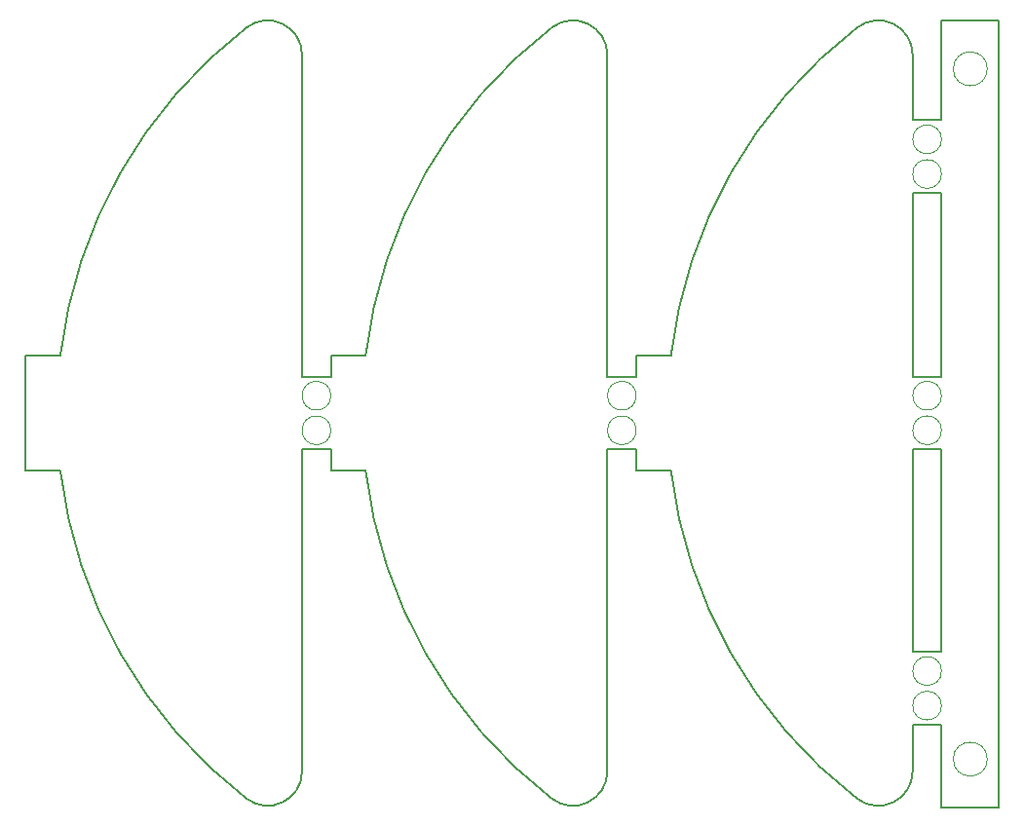
<source format=gbr>
%TF.GenerationSoftware,KiCad,Pcbnew,8.0.5*%
%TF.CreationDate,2025-01-30T01:50:55+01:00*%
%TF.ProjectId,LAMP_OUTDOOR_BATTERY_PANEL,4c414d50-5f4f-4555-9444-4f4f525f4241,rev?*%
%TF.SameCoordinates,Original*%
%TF.FileFunction,Profile,NP*%
%FSLAX46Y46*%
G04 Gerber Fmt 4.6, Leading zero omitted, Abs format (unit mm)*
G04 Created by KiCad (PCBNEW 8.0.5) date 2025-01-30 01:50:55*
%MOMM*%
%LPD*%
G01*
G04 APERTURE LIST*
%TA.AperFunction,Profile*%
%ADD10C,0.050000*%
%TD*%
%TA.AperFunction,Profile*%
%ADD11C,0.200000*%
%TD*%
G04 APERTURE END LIST*
D10*
X220305000Y-122000000D02*
G75*
G02*
X217355000Y-122000000I-1475000J0D01*
G01*
X217355000Y-122000000D02*
G75*
G02*
X220305000Y-122000000I1475000J0D01*
G01*
X220305000Y-62000000D02*
G75*
G02*
X217355000Y-62000000I-1475000J0D01*
G01*
X217355000Y-62000000D02*
G75*
G02*
X220305000Y-62000000I1475000J0D01*
G01*
D11*
X216330000Y-88750000D02*
X216330000Y-72810000D01*
X216330000Y-112680000D02*
X216330000Y-95090000D01*
X216330000Y-126170000D02*
X216330000Y-119020000D01*
X221330000Y-126170000D02*
X216330000Y-126170000D01*
X221330000Y-57830000D02*
X221330000Y-126170000D01*
X216330000Y-57830000D02*
X221330000Y-57830000D01*
X216330000Y-66470000D02*
X216330000Y-57830000D01*
X213829999Y-66470000D02*
X213824399Y-60789559D01*
X213826804Y-72799999D02*
X213826804Y-72799999D01*
X213829999Y-88750000D02*
X213830121Y-72810000D01*
X213829999Y-112680000D02*
X213830121Y-95090000D01*
D10*
X216329999Y-114340000D02*
G75*
G02*
X213829999Y-114340000I-1250000J0D01*
G01*
X213829999Y-114340000D02*
G75*
G02*
X216329999Y-114340000I1250000J0D01*
G01*
D11*
X216330000Y-112680000D02*
X213829999Y-112680000D01*
D10*
X216329999Y-117350000D02*
G75*
G02*
X213829999Y-117350000I-1250000J0D01*
G01*
X213829999Y-117350000D02*
G75*
G02*
X216329999Y-117350000I1250000J0D01*
G01*
D11*
X216330000Y-119020000D02*
X213830121Y-119020000D01*
D10*
X216329999Y-90410000D02*
G75*
G02*
X213829999Y-90410000I-1250000J0D01*
G01*
X213829999Y-90410000D02*
G75*
G02*
X216329999Y-90410000I1250000J0D01*
G01*
D11*
X216330000Y-95090000D02*
X213830121Y-95090000D01*
D10*
X216329999Y-93420000D02*
G75*
G02*
X213829999Y-93420000I-1250000J0D01*
G01*
X213829999Y-93420000D02*
G75*
G02*
X216329999Y-93420000I1250000J0D01*
G01*
D11*
X216330000Y-88750000D02*
X213829999Y-88750000D01*
D10*
X216329999Y-68130000D02*
G75*
G02*
X213829999Y-68130000I-1250000J0D01*
G01*
X213829999Y-68130000D02*
G75*
G02*
X216329999Y-68130000I1250000J0D01*
G01*
D11*
X216330000Y-72810000D02*
X213830121Y-72810000D01*
D10*
X216329999Y-71140000D02*
G75*
G02*
X213829999Y-71140000I-1250000J0D01*
G01*
X213829999Y-71140000D02*
G75*
G02*
X216329999Y-71140000I1250000J0D01*
G01*
D11*
X216330000Y-66470000D02*
X213829999Y-66470000D01*
X189800000Y-95090000D02*
X189794700Y-96920000D01*
X187299999Y-88750000D02*
X187294399Y-60789559D01*
D10*
X189799999Y-93420000D02*
G75*
G02*
X187299999Y-93420000I-1250000J0D01*
G01*
X187299999Y-93420000D02*
G75*
G02*
X189799999Y-93420000I1250000J0D01*
G01*
X189799999Y-90410000D02*
G75*
G02*
X187299999Y-90410000I-1250000J0D01*
G01*
X187299999Y-90410000D02*
G75*
G02*
X189799999Y-90410000I1250000J0D01*
G01*
D11*
X189800000Y-95090000D02*
X187300121Y-95090000D01*
X189800000Y-88750000D02*
X187299999Y-88750000D01*
D10*
X163264699Y-93420000D02*
G75*
G02*
X160764699Y-93420000I-1250000J0D01*
G01*
X160764699Y-93420000D02*
G75*
G02*
X163264699Y-93420000I1250000J0D01*
G01*
X163264699Y-90410000D02*
G75*
G02*
X160764699Y-90410000I-1250000J0D01*
G01*
X160764699Y-90410000D02*
G75*
G02*
X163264699Y-90410000I1250000J0D01*
G01*
D11*
X163264700Y-95090000D02*
X163264700Y-96920000D01*
X163264700Y-95090000D02*
X160764821Y-95090000D01*
X160764699Y-88750000D02*
X160764699Y-60789559D01*
X163264700Y-88750000D02*
X160764699Y-88750000D01*
X136735000Y-86920000D02*
X136735000Y-96920000D01*
X155932831Y-125426205D02*
G75*
G02*
X139754764Y-96919999I25835469J33506205D01*
G01*
X136735000Y-96920000D02*
X139754756Y-96920000D01*
X160764699Y-123050440D02*
X160764821Y-95090000D01*
X139754757Y-86920000D02*
X136735000Y-86920000D01*
X155932831Y-58413795D02*
G75*
G02*
X160764732Y-60789559I1831869J-2375805D01*
G01*
X160764699Y-123050440D02*
G75*
G02*
X155932851Y-125426179I-2999999J40D01*
G01*
X139754757Y-86920000D02*
G75*
G02*
X155932827Y-58413790I42013543J-5000000D01*
G01*
X163264700Y-86920000D02*
X163264700Y-88750000D01*
X182462531Y-125426205D02*
G75*
G02*
X166284459Y-96920000I25835509J33506235D01*
G01*
X163264700Y-96920000D02*
X166284456Y-96920000D01*
X166284457Y-86920000D02*
X163264700Y-86920000D01*
X182462531Y-58413795D02*
G75*
G02*
X187294400Y-60789559I1831866J-2375770D01*
G01*
X187294399Y-123050440D02*
X187300121Y-95090000D01*
X187294399Y-123050440D02*
G75*
G02*
X182462531Y-125426205I-3000029J59D01*
G01*
X166284457Y-86920000D02*
G75*
G02*
X182462531Y-58413795I42013499J-4999985D01*
G01*
X189794700Y-86920000D02*
X189800000Y-88750000D01*
X208992531Y-125426205D02*
G75*
G02*
X192814459Y-96920000I25835509J33506235D01*
G01*
X189794700Y-96920000D02*
X192814456Y-96920000D01*
X192814457Y-86920000D02*
X189794700Y-86920000D01*
X208992531Y-58413795D02*
G75*
G02*
X213824400Y-60789559I1831866J-2375770D01*
G01*
X213824399Y-123050440D02*
X213830121Y-119020000D01*
X213824399Y-123050440D02*
G75*
G02*
X208992531Y-125426205I-3000029J59D01*
G01*
X192814457Y-86920000D02*
G75*
G02*
X208992531Y-58413795I42013499J-4999985D01*
G01*
M02*

</source>
